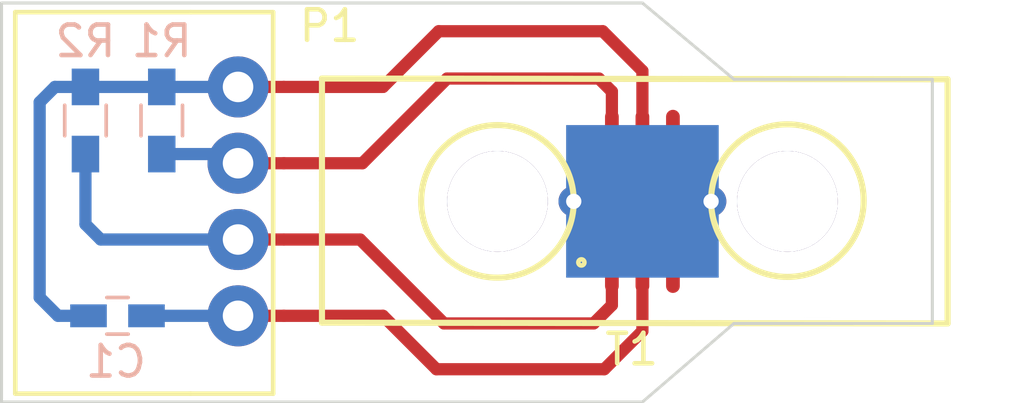
<source format=kicad_pcb>
(kicad_pcb (version 4) (host pcbnew 4.0.7)

  (general
    (links 10)
    (no_connects 0)
    (area 139.199999 98.325 172.85 111.8)
    (thickness 1.6)
    (drawings 16)
    (tracks 44)
    (zones 0)
    (modules 8)
    (nets 8)
  )

  (page A4)
  (title_block
    (title "PCB for temperature sensor")
    (rev 2.0)
    (company Skoltech)
  )

  (layers
    (0 F.Cu signal)
    (31 B.Cu signal)
    (32 B.Adhes user)
    (33 F.Adhes user)
    (34 B.Paste user)
    (35 F.Paste user)
    (36 B.SilkS user)
    (37 F.SilkS user)
    (38 B.Mask user)
    (39 F.Mask user)
    (40 Dwgs.User user)
    (41 Cmts.User user)
    (42 Eco1.User user)
    (43 Eco2.User user)
    (44 Edge.Cuts user)
    (45 Margin user)
    (46 B.CrtYd user)
    (47 F.CrtYd user)
    (48 B.Fab user)
    (49 F.Fab user)
  )

  (setup
    (last_trace_width 0.4)
    (trace_clearance 0.2)
    (zone_clearance 0.508)
    (zone_45_only no)
    (trace_min 0.2)
    (segment_width 0.2)
    (edge_width 0.1)
    (via_size 1)
    (via_drill 0.5)
    (via_min_size 0.4)
    (via_min_drill 0.3)
    (uvia_size 0.3)
    (uvia_drill 0.1)
    (uvias_allowed no)
    (uvia_min_size 0.2)
    (uvia_min_drill 0.1)
    (pcb_text_width 0.3)
    (pcb_text_size 1.5 1.5)
    (mod_edge_width 0.15)
    (mod_text_size 1 1)
    (mod_text_width 0.15)
    (pad_size 5 5)
    (pad_drill 0)
    (pad_to_mask_clearance 0)
    (aux_axis_origin 0 0)
    (grid_origin 147 101.3)
    (visible_elements 7FFFFFFF)
    (pcbplotparams
      (layerselection 0x010c0_80000001)
      (usegerberextensions false)
      (excludeedgelayer true)
      (linewidth 0.400000)
      (plotframeref false)
      (viasonmask false)
      (mode 1)
      (useauxorigin false)
      (hpglpennumber 1)
      (hpglpenspeed 20)
      (hpglpendiameter 15)
      (hpglpenoverlay 2)
      (psnegative false)
      (psa4output false)
      (plotreference true)
      (plotvalue true)
      (plotinvisibletext false)
      (padsonsilk false)
      (subtractmaskfromsilk false)
      (outputformat 1)
      (mirror false)
      (drillshape 0)
      (scaleselection 1)
      (outputdirectory "Gerber Rev.2/"))
  )

  (net 0 "")
  (net 1 /+3.3)
  (net 2 GND)
  (net 3 /SDA)
  (net 4 /SCL)
  (net 5 "Net-(T1-Pad3)")
  (net 6 "Net-(T1-Pad4)")
  (net 7 "Net-(T1-Pad0)")

  (net_class Default "This is the default net class."
    (clearance 0.2)
    (trace_width 0.4)
    (via_dia 1)
    (via_drill 0.5)
    (uvia_dia 0.3)
    (uvia_drill 0.1)
    (add_net /+3.3)
    (add_net /SCL)
    (add_net /SDA)
    (add_net GND)
    (add_net "Net-(T1-Pad0)")
    (add_net "Net-(T1-Pad3)")
    (add_net "Net-(T1-Pad4)")
  )

  (module Control_board_footprints:CWF-4R (layer F.Cu) (tedit 5B4094DE) (tstamp 5B408CFC)
    (at 139.7 111.35 90)
    (path /5B08094B)
    (fp_text reference P1 (at 12.05 10.3 180) (layer F.SilkS)
      (effects (font (size 1 1) (thickness 0.15)))
    )
    (fp_text value "" (at 6.5 3.3 90) (layer F.Fab)
      (effects (font (size 1 1) (thickness 0.15)))
    )
    (fp_line (start 0 8.45) (end 0 5.74) (layer F.SilkS) (width 0.15))
    (fp_line (start 12.5 8.45) (end 0 8.45) (layer F.SilkS) (width 0.15))
    (fp_line (start 12.5 5.75) (end 12.5 8.45) (layer F.SilkS) (width 0.15))
    (fp_line (start 12.5 5.75) (end 12.5 8.45) (layer F.Fab) (width 0.15))
    (fp_line (start 0 8.45) (end 12.5 8.45) (layer F.Fab) (width 0.15))
    (fp_line (start 0 5.74) (end 0 8.45) (layer F.Fab) (width 0.15))
    (fp_line (start 12.68 8.6) (end 12.57 8.6) (layer F.CrtYd) (width 0.15))
    (fp_line (start 12.67 -0.17) (end 12.68 8.6) (layer F.CrtYd) (width 0.15))
    (fp_line (start -0.15 -0.16) (end 12.67 -0.17) (layer F.CrtYd) (width 0.15))
    (fp_line (start -0.15 -0.16) (end -0.14 8.6) (layer F.CrtYd) (width 0.15))
    (fp_line (start 12.5 0) (end 12.5 5.75) (layer F.Fab) (width 0.15))
    (fp_line (start 12.5 0) (end 12.5 5.75) (layer F.SilkS) (width 0.15))
    (fp_line (start 12.5 0) (end 0 0) (layer F.SilkS) (width 0.15))
    (fp_line (start 0 0) (end 0 5.75) (layer F.SilkS) (width 0.15))
    (fp_line (start -0.14 8.6) (end 12.6 8.6) (layer F.CrtYd) (width 0.15))
    (fp_line (start 12.5 0) (end 0 0) (layer F.Fab) (width 0.15))
    (fp_line (start 0 0) (end 0 5.75) (layer F.Fab) (width 0.15))
    (pad 1 thru_hole circle (at 2.55 7.3 90) (size 2 2) (drill 1) (layers *.Cu *.Mask)
      (net 2 GND))
    (pad 2 thru_hole circle (at 5.05 7.3 90) (size 2 2) (drill 1) (layers *.Cu *.Mask)
      (net 3 /SDA))
    (pad 3 thru_hole circle (at 7.55 7.3 90) (size 2 2) (drill 1) (layers *.Cu *.Mask)
      (net 4 /SCL))
    (pad 4 thru_hole circle (at 10.05 7.3 90) (size 2 2) (drill 1) (layers *.Cu *.Mask)
      (net 1 /+3.3))
  )

  (module Capacitors_SMD:C_0603_HandSoldering (layer B.Cu) (tedit 58AA848B) (tstamp 5B3F881A)
    (at 143.05 108.8)
    (descr "Capacitor SMD 0603, hand soldering")
    (tags "capacitor 0603")
    (path /5B0887E3)
    (attr smd)
    (fp_text reference C1 (at -0.05 1.5) (layer B.SilkS)
      (effects (font (size 1 1) (thickness 0.15)) (justify mirror))
    )
    (fp_text value "0.1 μF" (at 0 -1.5) (layer B.Fab)
      (effects (font (size 1 1) (thickness 0.15)) (justify mirror))
    )
    (fp_text user %R (at -0.05 1.5) (layer B.Fab)
      (effects (font (size 1 1) (thickness 0.15)) (justify mirror))
    )
    (fp_line (start -0.8 -0.4) (end -0.8 0.4) (layer B.Fab) (width 0.1))
    (fp_line (start 0.8 -0.4) (end -0.8 -0.4) (layer B.Fab) (width 0.1))
    (fp_line (start 0.8 0.4) (end 0.8 -0.4) (layer B.Fab) (width 0.1))
    (fp_line (start -0.8 0.4) (end 0.8 0.4) (layer B.Fab) (width 0.1))
    (fp_line (start -0.35 0.6) (end 0.35 0.6) (layer B.SilkS) (width 0.12))
    (fp_line (start 0.35 -0.6) (end -0.35 -0.6) (layer B.SilkS) (width 0.12))
    (fp_line (start -1.8 0.65) (end 1.8 0.65) (layer B.CrtYd) (width 0.05))
    (fp_line (start -1.8 0.65) (end -1.8 -0.65) (layer B.CrtYd) (width 0.05))
    (fp_line (start 1.8 -0.65) (end 1.8 0.65) (layer B.CrtYd) (width 0.05))
    (fp_line (start 1.8 -0.65) (end -1.8 -0.65) (layer B.CrtYd) (width 0.05))
    (pad 1 smd rect (at -0.95 0) (size 1.2 0.75) (layers B.Cu B.Paste B.Mask)
      (net 1 /+3.3))
    (pad 2 smd rect (at 0.95 0) (size 1.2 0.75) (layers B.Cu B.Paste B.Mask)
      (net 2 GND))
    (model Capacitors_SMD.3dshapes/C_0603.wrl
      (at (xyz 0 0 0))
      (scale (xyz 1 1 1))
      (rotate (xyz 0 0 0))
    )
  )

  (module Resistors_SMD:R_0603_HandSoldering (layer B.Cu) (tedit 58E0A804) (tstamp 5B3F8828)
    (at 144.5 102.4 90)
    (descr "Resistor SMD 0603, hand soldering")
    (tags "resistor 0603")
    (path /5B088900)
    (attr smd)
    (fp_text reference R1 (at 2.6 0 180) (layer B.SilkS)
      (effects (font (size 1 1) (thickness 0.15)) (justify mirror))
    )
    (fp_text value 10k (at -3.4 0 180) (layer B.Fab)
      (effects (font (size 1 1) (thickness 0.15)) (justify mirror))
    )
    (fp_text user %R (at 0 0 90) (layer B.Fab)
      (effects (font (size 0.4 0.4) (thickness 0.075)) (justify mirror))
    )
    (fp_line (start -0.8 -0.4) (end -0.8 0.4) (layer B.Fab) (width 0.1))
    (fp_line (start 0.8 -0.4) (end -0.8 -0.4) (layer B.Fab) (width 0.1))
    (fp_line (start 0.8 0.4) (end 0.8 -0.4) (layer B.Fab) (width 0.1))
    (fp_line (start -0.8 0.4) (end 0.8 0.4) (layer B.Fab) (width 0.1))
    (fp_line (start 0.5 -0.68) (end -0.5 -0.68) (layer B.SilkS) (width 0.12))
    (fp_line (start -0.5 0.68) (end 0.5 0.68) (layer B.SilkS) (width 0.12))
    (fp_line (start -1.96 0.7) (end 1.95 0.7) (layer B.CrtYd) (width 0.05))
    (fp_line (start -1.96 0.7) (end -1.96 -0.7) (layer B.CrtYd) (width 0.05))
    (fp_line (start 1.95 -0.7) (end 1.95 0.7) (layer B.CrtYd) (width 0.05))
    (fp_line (start 1.95 -0.7) (end -1.96 -0.7) (layer B.CrtYd) (width 0.05))
    (pad 1 smd rect (at -1.1 0 90) (size 1.2 0.9) (layers B.Cu B.Paste B.Mask)
      (net 4 /SCL))
    (pad 2 smd rect (at 1.1 0 90) (size 1.2 0.9) (layers B.Cu B.Paste B.Mask)
      (net 1 /+3.3))
    (model ${KISYS3DMOD}/Resistors_SMD.3dshapes/R_0603.wrl
      (at (xyz 0 0 0))
      (scale (xyz 1 1 1))
      (rotate (xyz 0 0 0))
    )
  )

  (module Resistors_SMD:R_0603_HandSoldering (layer B.Cu) (tedit 58E0A804) (tstamp 5B3F882E)
    (at 142 102.4 90)
    (descr "Resistor SMD 0603, hand soldering")
    (tags "resistor 0603")
    (path /5B0889FA)
    (attr smd)
    (fp_text reference R2 (at 2.6 0 180) (layer B.SilkS)
      (effects (font (size 1 1) (thickness 0.15)) (justify mirror))
    )
    (fp_text value 10k (at -3.4 -0.5 180) (layer B.Fab)
      (effects (font (size 1 1) (thickness 0.15)) (justify mirror))
    )
    (fp_text user %R (at 0 0 90) (layer B.Fab)
      (effects (font (size 0.4 0.4) (thickness 0.075)) (justify mirror))
    )
    (fp_line (start -0.8 -0.4) (end -0.8 0.4) (layer B.Fab) (width 0.1))
    (fp_line (start 0.8 -0.4) (end -0.8 -0.4) (layer B.Fab) (width 0.1))
    (fp_line (start 0.8 0.4) (end 0.8 -0.4) (layer B.Fab) (width 0.1))
    (fp_line (start -0.8 0.4) (end 0.8 0.4) (layer B.Fab) (width 0.1))
    (fp_line (start 0.5 -0.68) (end -0.5 -0.68) (layer B.SilkS) (width 0.12))
    (fp_line (start -0.5 0.68) (end 0.5 0.68) (layer B.SilkS) (width 0.12))
    (fp_line (start -1.96 0.7) (end 1.95 0.7) (layer B.CrtYd) (width 0.05))
    (fp_line (start -1.96 0.7) (end -1.96 -0.7) (layer B.CrtYd) (width 0.05))
    (fp_line (start 1.95 -0.7) (end 1.95 0.7) (layer B.CrtYd) (width 0.05))
    (fp_line (start 1.95 -0.7) (end -1.96 -0.7) (layer B.CrtYd) (width 0.05))
    (pad 1 smd rect (at -1.1 0 90) (size 1.2 0.9) (layers B.Cu B.Paste B.Mask)
      (net 3 /SDA))
    (pad 2 smd rect (at 1.1 0 90) (size 1.2 0.9) (layers B.Cu B.Paste B.Mask)
      (net 1 /+3.3))
    (model ${KISYS3DMOD}/Resistors_SMD.3dshapes/R_0603.wrl
      (at (xyz 0 0 0))
      (scale (xyz 1 1 1))
      (rotate (xyz 0 0 0))
    )
  )

  (module Temp_Sensor_library:DFN_6 (layer F.Cu) (tedit 5B4093B6) (tstamp 5B3F8839)
    (at 159.25 106.05 90)
    (path /5AEC6D3B)
    (fp_text reference T1 (at -3.85 0.65 180) (layer F.SilkS)
      (effects (font (size 1 1) (thickness 0.15)))
    )
    (fp_text value Si7051 (at 4.2 1.15 180) (layer F.Fab)
      (effects (font (size 1 1) (thickness 0.15)))
    )
    (fp_circle (center -1 -1) (end -0.9 -1) (layer F.SilkS) (width 0.15))
    (pad 1 smd oval (at -1 0 90) (size 2 0.45) (layers F.Cu F.Paste F.Mask)
      (net 3 /SDA))
    (pad 2 smd oval (at -1 1 90) (size 2 0.45) (layers F.Cu F.Paste F.Mask)
      (net 2 GND))
    (pad 3 smd oval (at -1 2 90) (size 2 0.45) (layers F.Cu F.Paste F.Mask)
      (net 5 "Net-(T1-Pad3)"))
    (pad 6 smd oval (at 3 0 90) (size 2 0.45) (layers F.Cu F.Paste F.Mask)
      (net 4 /SCL))
    (pad 5 smd oval (at 3 1 90) (size 2 0.45) (layers F.Cu F.Paste F.Mask)
      (net 1 /+3.3))
    (pad 4 smd oval (at 3 2 90) (size 2 0.45) (layers F.Cu F.Paste F.Mask)
      (net 6 "Net-(T1-Pad4)"))
    (pad 0 smd rect (at 1 1 90) (size 1.6 2.5) (layers F.Cu F.Paste F.Mask)
      (net 7 "Net-(T1-Pad0)"))
  )

  (module Control_board_footprints:3_mm_mounting_hole (layer F.Cu) (tedit 5B4095D3) (tstamp 5B40879F)
    (at 155.5 105.05)
    (fp_text reference "" (at 0.08 -3.16) (layer F.SilkS)
      (effects (font (size 1 1) (thickness 0.15)))
    )
    (fp_text value "" (at 0.14 -4.83) (layer F.Fab)
      (effects (font (size 1 1) (thickness 0.15)))
    )
    (pad 1 thru_hole circle (at 0 0) (size 3.3 3.3) (drill 3.3) (layers *.Cu *.Mask))
  )

  (module Control_board_footprints:3_mm_mounting_hole (layer F.Cu) (tedit 5B4095B4) (tstamp 5B4087A4)
    (at 172.4 104.6)
    (fp_text reference "" (at 0.08 -3.16) (layer F.SilkS)
      (effects (font (size 1 1) (thickness 0.15)))
    )
    (fp_text value "" (at 0.14 -4.83) (layer F.Fab)
      (effects (font (size 1 1) (thickness 0.15)))
    )
    (pad 1 thru_hole circle (at -7.4 0.45) (size 3.3 3.3) (drill 3.3) (layers *.Cu *.Mask))
  )

  (module Control_board_footprints:Thermal_pad (layer B.Cu) (tedit 5B5592C8) (tstamp 5B559FF9)
    (at 160.25 105.05)
    (fp_text reference "" (at 0.2 0.5) (layer B.SilkS)
      (effects (font (size 1 1) (thickness 0.15)) (justify mirror))
    )
    (fp_text value "" (at 0 2.3) (layer B.Fab)
      (effects (font (size 1 1) (thickness 0.15)) (justify mirror))
    )
    (pad 1 smd rect (at 0 0) (size 5 5) (layers B.Cu B.Paste B.Mask))
  )

  (gr_line (start 160.25 98.55) (end 163.25 101.05) (layer Edge.Cuts) (width 0.1))
  (gr_line (start 139.25 98.55) (end 160.25 98.55) (layer Edge.Cuts) (width 0.1))
  (gr_line (start 169.75 101.05) (end 163.25 101.05) (layer Edge.Cuts) (width 0.1))
  (gr_line (start 169.75 109.05) (end 169.75 101.05) (layer Edge.Cuts) (width 0.1))
  (gr_line (start 163.25 109.05) (end 169.75 109.05) (layer Edge.Cuts) (width 0.1))
  (gr_line (start 160.25 111.625) (end 163.25 109.05) (layer Edge.Cuts) (width 0.1))
  (gr_line (start 139.25 111.625) (end 160.25 111.625) (layer Edge.Cuts) (width 0.1))
  (gr_line (start 139.25 98.55) (end 139.25 111.625) (layer Edge.Cuts) (width 0.1))
  (gr_circle (center 165 105.025) (end 162.5 105.05) (layer F.SilkS) (width 0.2))
  (gr_circle (center 155.5 105.05) (end 158 105.05) (layer F.SilkS) (width 0.2))
  (gr_line (start 149.75 109.025) (end 170.25 109.05) (layer F.SilkS) (width 0.2))
  (gr_line (start 149.75 105.025) (end 149.75 109.025) (layer F.SilkS) (width 0.2))
  (gr_line (start 149.75 101.025) (end 170.25 101.05) (layer F.SilkS) (width 0.2))
  (gr_line (start 149.75 105.025) (end 149.75 101.025) (layer F.SilkS) (width 0.2))
  (gr_line (start 170.25 105.05) (end 170.25 101.05) (layer F.SilkS) (width 0.2))
  (gr_line (start 170.25 105.05) (end 170.25 109.05) (layer F.SilkS) (width 0.2))

  (segment (start 142.1 108.8) (end 141.1 108.8) (width 0.4) (layer B.Cu) (net 1))
  (segment (start 141.1 108.8) (end 140.5 108.2) (width 0.4) (layer B.Cu) (net 1))
  (segment (start 140.5 108.2) (end 140.5 101.8) (width 0.4) (layer B.Cu) (net 1))
  (segment (start 140.5 101.8) (end 141 101.3) (width 0.4) (layer B.Cu) (net 1))
  (segment (start 141 101.3) (end 142 101.3) (width 0.4) (layer B.Cu) (net 1))
  (segment (start 144.5 101.3) (end 142 101.3) (width 0.4) (layer B.Cu) (net 1))
  (segment (start 144.5 101.3) (end 147 101.3) (width 0.4) (layer B.Cu) (net 1))
  (segment (start 148.5 101.3) (end 147 101.3) (width 0.4) (layer F.Cu) (net 1))
  (segment (start 160.25 103.05) (end 160.25 100.775) (width 0.4) (layer F.Cu) (net 1))
  (segment (start 158.95 99.475) (end 153.575 99.475) (width 0.4) (layer F.Cu) (net 1))
  (segment (start 153.575 99.475) (end 151.75 101.3) (width 0.4) (layer F.Cu) (net 1))
  (segment (start 151.75 101.3) (end 148.5 101.3) (width 0.4) (layer F.Cu) (net 1))
  (segment (start 160.25 100.775) (end 158.95 99.475) (width 0.4) (layer F.Cu) (net 1))
  (segment (start 144 108.8) (end 147 108.8) (width 0.4) (layer B.Cu) (net 2))
  (segment (start 148.5 108.8) (end 147 108.8) (width 0.4) (layer F.Cu) (net 2))
  (segment (start 148.5 108.8) (end 151.75 108.8) (width 0.4) (layer F.Cu) (net 2))
  (segment (start 151.75 108.8) (end 153.5 110.55) (width 0.4) (layer F.Cu) (net 2))
  (segment (start 153.5 110.55) (end 159 110.55) (width 0.4) (layer F.Cu) (net 2))
  (segment (start 159 110.55) (end 160.25 109.3) (width 0.4) (layer F.Cu) (net 2))
  (segment (start 160.25 107.05) (end 160.25 109.3) (width 0.4) (layer F.Cu) (net 2))
  (segment (start 142 103.5) (end 142 105.8) (width 0.4) (layer B.Cu) (net 3))
  (segment (start 142 105.8) (end 142.5 106.3) (width 0.4) (layer B.Cu) (net 3))
  (segment (start 142.5 106.3) (end 147 106.3) (width 0.4) (layer B.Cu) (net 3))
  (segment (start 159.25 107.05) (end 159.25 108.45) (width 0.4) (layer F.Cu) (net 3))
  (segment (start 159.25 108.45) (end 158.65 109.05) (width 0.4) (layer F.Cu) (net 3))
  (segment (start 158.65 109.05) (end 153.75 109.05) (width 0.4) (layer F.Cu) (net 3))
  (segment (start 153.75 109.05) (end 151 106.3) (width 0.4) (layer F.Cu) (net 3))
  (segment (start 151 106.3) (end 148.5 106.3) (width 0.4) (layer F.Cu) (net 3))
  (segment (start 148.5 106.3) (end 147 106.3) (width 0.4) (layer F.Cu) (net 3))
  (segment (start 144.5 103.5) (end 146.7 103.5) (width 0.4) (layer B.Cu) (net 4))
  (segment (start 146.7 103.5) (end 147 103.8) (width 0.4) (layer B.Cu) (net 4))
  (segment (start 148.5 103.8) (end 147 103.8) (width 0.4) (layer F.Cu) (net 4))
  (segment (start 148.5 103.8) (end 151.075 103.8) (width 0.4) (layer F.Cu) (net 4))
  (segment (start 151.075 103.8) (end 153.85 101.025) (width 0.4) (layer F.Cu) (net 4))
  (segment (start 153.85 101.025) (end 158.825 101.025) (width 0.4) (layer F.Cu) (net 4))
  (segment (start 158.825 101.025) (end 159.25 101.45) (width 0.4) (layer F.Cu) (net 4))
  (segment (start 159.25 101.45) (end 159.25 103.05) (width 0.4) (layer F.Cu) (net 4))
  (segment (start 158.732106 105.025) (end 160.4 105.025) (width 0.6) (layer B.Cu) (net 7))
  (segment (start 158 105.05) (end 158.707106 105.05) (width 0.6) (layer B.Cu) (net 7))
  (segment (start 158.707106 105.05) (end 158.732106 105.025) (width 0.6) (layer B.Cu) (net 7))
  (segment (start 160.25 105.05) (end 158 105.05) (width 0.6) (layer F.Cu) (net 7))
  (via (at 158 105.05) (size 1) (drill 0.5) (layers F.Cu B.Cu) (net 7))
  (segment (start 160.25 105.05) (end 162.5 105.05) (width 0.6) (layer F.Cu) (net 7))
  (via (at 162.5 105.05) (size 1) (drill 0.5) (layers F.Cu B.Cu) (net 7))

)

</source>
